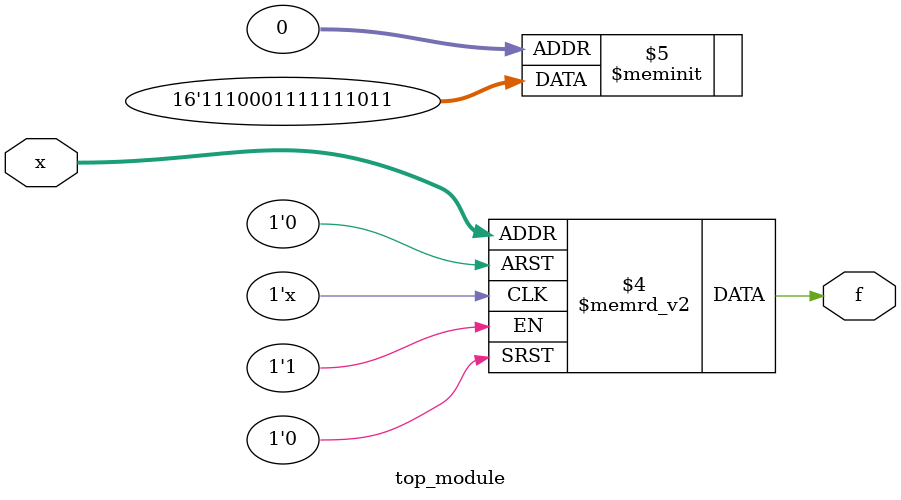
<source format=sv>
module top_module (
    input [4:1] x,
    output logic f
);

    always_comb begin
        case (x)
            4'b0001,
            4'b0100,
            4'b0111,
            4'b1000,
            4'b1001,
            4'b1111:
                f = 1'b1;
                
            4'b0010,
            4'b1010,
            4'b1011,
            4'b1100:
                f = 1'b0;
                
            default: f = 1'b1; // Default to 1 for don’t-cares
        endcase
    end

endmodule

</source>
